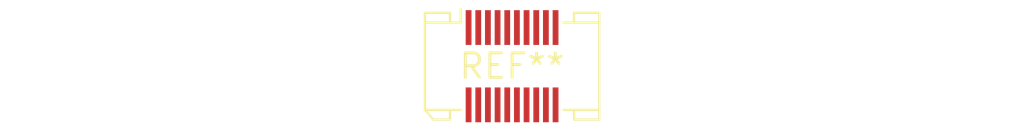
<source format=kicad_pcb>
(kicad_pcb (version 20240108) (generator pcbnew)
  (layers (0 "F.Cu" signal) (31 "B.Cu" signal) (34 "B.Paste" user) (35 "F.Paste" user) (36 "B.SilkS" user "B.Silkscreen") (37 "F.SilkS" user "F.Silkscreen") (38 "B.Mask" user) (39 "F.Mask" user) (44 "Edge.Cuts" user))
  (net 0 "")
  (footprint "Molex_SlimStack_52991-0208_2x10_P0.50mm_Vertical" (layer "F.Cu") (at 0 0)
    (property "Reference" "REF**")
    (property "Value" "Molex_SlimStack_52991-0208_2x10_P0.50mm_Vertical")
    (fp_line (start -4.51 -2.76) (end -3.21 -2.76) (layer "F.SilkS") (stroke (width 0.12)))
    (fp_line (start -4.51 -2.26) (end -4.51 -2.76) (layer "F.SilkS") (stroke (width 0.12)))
    (fp_line (start -4.51 -2.26) (end -2.66 -2.26) (layer "F.SilkS") (stroke (width 0.12)))
    (fp_line (start -4.51 2.26) (end -4.51 -2.26) (layer "F.SilkS") (stroke (width 0.12)))
    (fp_line (start -4.51 2.26) (end -4.076667 2.76) (layer "F.SilkS") (stroke (width 0.12)))
    (fp_line (start -4.076667 2.76) (end -3.21 2.76) (layer "F.SilkS") (stroke (width 0.12)))
    (fp_line (start -3.21 -2.76) (end -3.21 -2.26) (layer "F.SilkS") (stroke (width 0.12)))
    (fp_line (start -3.21 2.76) (end -3.21 2.26) (layer "F.SilkS") (stroke (width 0.12)))
    (fp_line (start -2.66 -2.26) (end -2.66 -2.95) (layer "F.SilkS") (stroke (width 0.12)))
    (fp_line (start -2.66 2.26) (end -4.51 2.26) (layer "F.SilkS") (stroke (width 0.12)))
    (fp_line (start 2.66 2.26) (end 4.51 2.26) (layer "F.SilkS") (stroke (width 0.12)))
    (fp_line (start 3.21 -2.76) (end 3.21 -2.26) (layer "F.SilkS") (stroke (width 0.12)))
    (fp_line (start 3.21 2.76) (end 3.21 2.26) (layer "F.SilkS") (stroke (width 0.12)))
    (fp_line (start 4.51 -2.76) (end 3.21 -2.76) (layer "F.SilkS") (stroke (width 0.12)))
    (fp_line (start 4.51 -2.26) (end 2.66 -2.26) (layer "F.SilkS") (stroke (width 0.12)))
    (fp_line (start 4.51 -2.26) (end 4.51 -2.76) (layer "F.SilkS") (stroke (width 0.12)))
    (fp_line (start 4.51 2.26) (end 4.51 -2.26) (layer "F.SilkS") (stroke (width 0.12)))
    (fp_line (start 4.51 2.26) (end 4.51 2.76) (layer "F.SilkS") (stroke (width 0.12)))
    (fp_line (start 4.51 2.76) (end 3.21 2.76) (layer "F.SilkS") (stroke (width 0.12)))
    (pad "1" smd rect (at -2.25 -2) (size 0.3 1.8) (layers "F.Cu" "F.Paste" "F.Mask"))
    (pad "2" smd rect (at -2.25 2) (size 0.3 1.8) (layers "F.Cu" "F.Paste" "F.Mask"))
    (pad "3" smd rect (at -1.75 -2) (size 0.3 1.8) (layers "F.Cu" "F.Paste" "F.Mask"))
    (pad "4" smd rect (at -1.75 2) (size 0.3 1.8) (layers "F.Cu" "F.Paste" "F.Mask"))
    (pad "5" smd rect (at -1.25 -2) (size 0.3 1.8) (layers "F.Cu" "F.Paste" "F.Mask"))
    (pad "6" smd rect (at -1.25 2) (size 0.3 1.8) (layers "F.Cu" "F.Paste" "F.Mask"))
    (pad "7" smd rect (at -0.75 -2) (size 0.3 1.8) (layers "F.Cu" "F.Paste" "F.Mask"))
    (pad "8" smd rect (at -0.75 2) (size 0.3 1.8) (layers "F.Cu" "F.Paste" "F.Mask"))
    (pad "9" smd rect (at -0.25 -2) (size 0.3 1.8) (layers "F.Cu" "F.Paste" "F.Mask"))
    (pad "10" smd rect (at -0.25 2) (size 0.3 1.8) (layers "F.Cu" "F.Paste" "F.Mask"))
    (pad "11" smd rect (at 0.25 -2) (size 0.3 1.8) (layers "F.Cu" "F.Paste" "F.Mask"))
    (pad "12" smd rect (at 0.25 2) (size 0.3 1.8) (layers "F.Cu" "F.Paste" "F.Mask"))
    (pad "13" smd rect (at 0.75 -2) (size 0.3 1.8) (layers "F.Cu" "F.Paste" "F.Mask"))
    (pad "14" smd rect (at 0.75 2) (size 0.3 1.8) (layers "F.Cu" "F.Paste" "F.Mask"))
    (pad "15" smd rect (at 1.25 -2) (size 0.3 1.8) (layers "F.Cu" "F.Paste" "F.Mask"))
    (pad "16" smd rect (at 1.25 2) (size 0.3 1.8) (layers "F.Cu" "F.Paste" "F.Mask"))
    (pad "17" smd rect (at 1.75 -2) (size 0.3 1.8) (layers "F.Cu" "F.Paste" "F.Mask"))
    (pad "18" smd rect (at 1.75 2) (size 0.3 1.8) (layers "F.Cu" "F.Paste" "F.Mask"))
    (pad "19" smd rect (at 2.25 -2) (size 0.3 1.8) (layers "F.Cu" "F.Paste" "F.Mask"))
    (pad "20" smd rect (at 2.25 2) (size 0.3 1.8) (layers "F.Cu" "F.Paste" "F.Mask"))
  )
)
</source>
